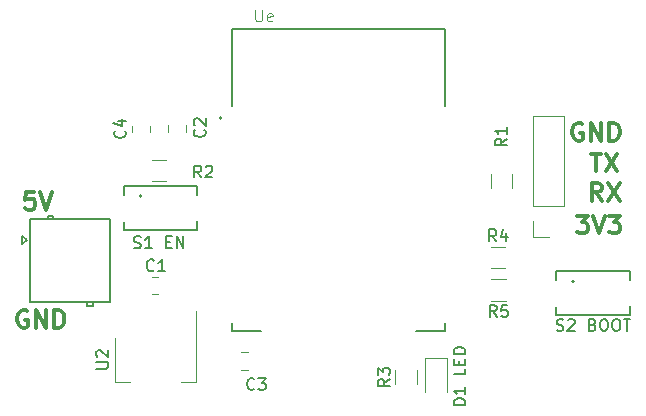
<source format=gto>
G04 #@! TF.GenerationSoftware,KiCad,Pcbnew,(5.1.9)-1*
G04 #@! TF.CreationDate,2021-04-10T17:31:22+02:00*
G04 #@! TF.ProjectId,StralingslocatiePCB,53747261-6c69-46e6-9773-6c6f63617469,rev?*
G04 #@! TF.SameCoordinates,Original*
G04 #@! TF.FileFunction,Legend,Top*
G04 #@! TF.FilePolarity,Positive*
%FSLAX46Y46*%
G04 Gerber Fmt 4.6, Leading zero omitted, Abs format (unit mm)*
G04 Created by KiCad (PCBNEW (5.1.9)-1) date 2021-04-10 17:31:22*
%MOMM*%
%LPD*%
G01*
G04 APERTURE LIST*
%ADD10C,0.300000*%
%ADD11C,0.200000*%
%ADD12C,0.127000*%
%ADD13C,0.120000*%
%ADD14C,0.015000*%
%ADD15C,0.150000*%
G04 APERTURE END LIST*
D10*
X118857142Y-57500000D02*
X118714285Y-57428571D01*
X118500000Y-57428571D01*
X118285714Y-57500000D01*
X118142857Y-57642857D01*
X118071428Y-57785714D01*
X118000000Y-58071428D01*
X118000000Y-58285714D01*
X118071428Y-58571428D01*
X118142857Y-58714285D01*
X118285714Y-58857142D01*
X118500000Y-58928571D01*
X118642857Y-58928571D01*
X118857142Y-58857142D01*
X118928571Y-58785714D01*
X118928571Y-58285714D01*
X118642857Y-58285714D01*
X119571428Y-58928571D02*
X119571428Y-57428571D01*
X120428571Y-58928571D01*
X120428571Y-57428571D01*
X121142857Y-58928571D02*
X121142857Y-57428571D01*
X121500000Y-57428571D01*
X121714285Y-57500000D01*
X121857142Y-57642857D01*
X121928571Y-57785714D01*
X122000000Y-58071428D01*
X122000000Y-58285714D01*
X121928571Y-58571428D01*
X121857142Y-58714285D01*
X121714285Y-58857142D01*
X121500000Y-58928571D01*
X121142857Y-58928571D01*
X119464285Y-47428571D02*
X118750000Y-47428571D01*
X118678571Y-48142857D01*
X118750000Y-48071428D01*
X118892857Y-48000000D01*
X119250000Y-48000000D01*
X119392857Y-48071428D01*
X119464285Y-48142857D01*
X119535714Y-48285714D01*
X119535714Y-48642857D01*
X119464285Y-48785714D01*
X119392857Y-48857142D01*
X119250000Y-48928571D01*
X118892857Y-48928571D01*
X118750000Y-48857142D01*
X118678571Y-48785714D01*
X119964285Y-47428571D02*
X120464285Y-48928571D01*
X120964285Y-47428571D01*
X165392857Y-49428571D02*
X166321428Y-49428571D01*
X165821428Y-50000000D01*
X166035714Y-50000000D01*
X166178571Y-50071428D01*
X166250000Y-50142857D01*
X166321428Y-50285714D01*
X166321428Y-50642857D01*
X166250000Y-50785714D01*
X166178571Y-50857142D01*
X166035714Y-50928571D01*
X165607142Y-50928571D01*
X165464285Y-50857142D01*
X165392857Y-50785714D01*
X166750000Y-49428571D02*
X167250000Y-50928571D01*
X167750000Y-49428571D01*
X168107142Y-49428571D02*
X169035714Y-49428571D01*
X168535714Y-50000000D01*
X168750000Y-50000000D01*
X168892857Y-50071428D01*
X168964285Y-50142857D01*
X169035714Y-50285714D01*
X169035714Y-50642857D01*
X168964285Y-50785714D01*
X168892857Y-50857142D01*
X168750000Y-50928571D01*
X168321428Y-50928571D01*
X168178571Y-50857142D01*
X168107142Y-50785714D01*
X167500000Y-48178571D02*
X167000000Y-47464285D01*
X166642857Y-48178571D02*
X166642857Y-46678571D01*
X167214285Y-46678571D01*
X167357142Y-46750000D01*
X167428571Y-46821428D01*
X167500000Y-46964285D01*
X167500000Y-47178571D01*
X167428571Y-47321428D01*
X167357142Y-47392857D01*
X167214285Y-47464285D01*
X166642857Y-47464285D01*
X168000000Y-46678571D02*
X169000000Y-48178571D01*
X169000000Y-46678571D02*
X168000000Y-48178571D01*
X166607142Y-44178571D02*
X167464285Y-44178571D01*
X167035714Y-45678571D02*
X167035714Y-44178571D01*
X167821428Y-44178571D02*
X168821428Y-45678571D01*
X168821428Y-44178571D02*
X167821428Y-45678571D01*
X165857142Y-41664000D02*
X165714285Y-41592571D01*
X165500000Y-41592571D01*
X165285714Y-41664000D01*
X165142857Y-41806857D01*
X165071428Y-41949714D01*
X165000000Y-42235428D01*
X165000000Y-42449714D01*
X165071428Y-42735428D01*
X165142857Y-42878285D01*
X165285714Y-43021142D01*
X165500000Y-43092571D01*
X165642857Y-43092571D01*
X165857142Y-43021142D01*
X165928571Y-42949714D01*
X165928571Y-42449714D01*
X165642857Y-42449714D01*
X166571428Y-43092571D02*
X166571428Y-41592571D01*
X167428571Y-43092571D01*
X167428571Y-41592571D01*
X168142857Y-43092571D02*
X168142857Y-41592571D01*
X168500000Y-41592571D01*
X168714285Y-41664000D01*
X168857142Y-41806857D01*
X168928571Y-41949714D01*
X169000000Y-42235428D01*
X169000000Y-42449714D01*
X168928571Y-42735428D01*
X168857142Y-42878285D01*
X168714285Y-43021142D01*
X168500000Y-43092571D01*
X168142857Y-43092571D01*
D11*
X135302000Y-41170000D02*
G75*
G03*
X135302000Y-41170000I-100000J0D01*
G01*
D12*
X136202000Y-58520000D02*
X136202000Y-59170000D01*
X136202000Y-59170000D02*
X138652000Y-59170000D01*
X151752000Y-59170000D02*
X154202000Y-59170000D01*
X154202000Y-59170000D02*
X154202000Y-58520000D01*
X136202000Y-40170000D02*
X136202000Y-33670000D01*
X136202000Y-33670000D02*
X154202000Y-33670000D01*
X154202000Y-33670000D02*
X154202000Y-40170000D01*
D13*
X129422248Y-56108000D02*
X129944752Y-56108000D01*
X129422248Y-54638000D02*
X129944752Y-54638000D01*
X130799000Y-42317252D02*
X130799000Y-41794748D01*
X132269000Y-42317252D02*
X132269000Y-41794748D01*
X136988748Y-62485000D02*
X137511252Y-62485000D01*
X136988748Y-61015000D02*
X137511252Y-61015000D01*
X127751000Y-42338752D02*
X127751000Y-41816248D01*
X129221000Y-42338752D02*
X129221000Y-41816248D01*
X154433000Y-64392000D02*
X154433000Y-61532000D01*
X154433000Y-61532000D02*
X152513000Y-61532000D01*
X152513000Y-61532000D02*
X152513000Y-64392000D01*
X163000000Y-51260000D02*
X161670000Y-51260000D01*
X161670000Y-51260000D02*
X161670000Y-49930000D01*
X161670000Y-48660000D02*
X161670000Y-40980000D01*
X164330000Y-40980000D02*
X161670000Y-40980000D01*
X164330000Y-48660000D02*
X164330000Y-40980000D01*
X164330000Y-48660000D02*
X161670000Y-48660000D01*
X159910000Y-47102064D02*
X159910000Y-45897936D01*
X158090000Y-47102064D02*
X158090000Y-45897936D01*
X130612064Y-46522000D02*
X129407936Y-46522000D01*
X130612064Y-44702000D02*
X129407936Y-44702000D01*
X150023000Y-63703564D02*
X150023000Y-62499436D01*
X151843000Y-63703564D02*
X151843000Y-62499436D01*
X158114436Y-53888000D02*
X159318564Y-53888000D01*
X158114436Y-52068000D02*
X159318564Y-52068000D01*
X159352064Y-54840000D02*
X158147936Y-54840000D01*
X159352064Y-56660000D02*
X158147936Y-56660000D01*
D11*
X128553000Y-47787000D02*
G75*
G03*
X128553000Y-47787000I-100000J0D01*
G01*
X133253000Y-50637000D02*
X133253000Y-49887000D01*
X127053000Y-50637000D02*
X133253000Y-50637000D01*
X127053000Y-49987000D02*
X127053000Y-50637000D01*
X133253000Y-46937000D02*
X133253000Y-47687000D01*
X127053000Y-46937000D02*
X133253000Y-46937000D01*
X127053000Y-47687000D02*
X127053000Y-46937000D01*
X163650000Y-54900000D02*
X163650000Y-54150000D01*
X163650000Y-54150000D02*
X169850000Y-54150000D01*
X169850000Y-54150000D02*
X169850000Y-54900000D01*
X163650000Y-57200000D02*
X163650000Y-57850000D01*
X163650000Y-57850000D02*
X169850000Y-57850000D01*
X169850000Y-57850000D02*
X169850000Y-57100000D01*
X165150000Y-55000000D02*
G75*
G03*
X165150000Y-55000000I-100000J0D01*
G01*
D13*
X126295000Y-63531000D02*
X127555000Y-63531000D01*
X133115000Y-63531000D02*
X131855000Y-63531000D01*
X126295000Y-59771000D02*
X126295000Y-63531000D01*
X133115000Y-57521000D02*
X133115000Y-63531000D01*
D12*
X125898520Y-49752420D02*
X125898520Y-56747580D01*
X125898520Y-56747580D02*
X119101480Y-56747580D01*
X119101480Y-56747580D02*
X119101480Y-49752420D01*
X119101480Y-49752420D02*
X120595000Y-49752420D01*
X120595000Y-49752420D02*
X121072520Y-49752420D01*
X121072520Y-49752420D02*
X125898520Y-49752420D01*
X118372500Y-51187520D02*
X118850020Y-51505020D01*
X118850020Y-51505020D02*
X118372500Y-51822520D01*
X118372500Y-51822520D02*
X118372500Y-51187520D01*
X120595000Y-49752420D02*
X120595000Y-49440000D01*
X120595000Y-49440000D02*
X121072520Y-49440000D01*
X121072520Y-49440000D02*
X121072520Y-49752420D01*
X124405000Y-56747580D02*
X124405000Y-57060000D01*
X124405000Y-57060000D02*
X123927480Y-57060000D01*
X123927480Y-57060000D02*
X123927480Y-56747580D01*
D14*
X138162714Y-31987380D02*
X138162714Y-32796904D01*
X138210333Y-32892142D01*
X138257952Y-32939761D01*
X138353190Y-32987380D01*
X138543666Y-32987380D01*
X138638904Y-32939761D01*
X138686523Y-32892142D01*
X138734142Y-32796904D01*
X138734142Y-31987380D01*
X139591285Y-32939761D02*
X139496047Y-32987380D01*
X139305571Y-32987380D01*
X139210333Y-32939761D01*
X139162714Y-32844523D01*
X139162714Y-32463571D01*
X139210333Y-32368333D01*
X139305571Y-32320714D01*
X139496047Y-32320714D01*
X139591285Y-32368333D01*
X139638904Y-32463571D01*
X139638904Y-32558809D01*
X139162714Y-32654047D01*
D15*
X129583333Y-54050142D02*
X129535714Y-54097761D01*
X129392857Y-54145380D01*
X129297619Y-54145380D01*
X129154761Y-54097761D01*
X129059523Y-54002523D01*
X129011904Y-53907285D01*
X128964285Y-53716809D01*
X128964285Y-53573952D01*
X129011904Y-53383476D01*
X129059523Y-53288238D01*
X129154761Y-53193000D01*
X129297619Y-53145380D01*
X129392857Y-53145380D01*
X129535714Y-53193000D01*
X129583333Y-53240619D01*
X130535714Y-54145380D02*
X129964285Y-54145380D01*
X130250000Y-54145380D02*
X130250000Y-53145380D01*
X130154761Y-53288238D01*
X130059523Y-53383476D01*
X129964285Y-53431095D01*
X133857142Y-42166666D02*
X133904761Y-42214285D01*
X133952380Y-42357142D01*
X133952380Y-42452380D01*
X133904761Y-42595238D01*
X133809523Y-42690476D01*
X133714285Y-42738095D01*
X133523809Y-42785714D01*
X133380952Y-42785714D01*
X133190476Y-42738095D01*
X133095238Y-42690476D01*
X133000000Y-42595238D01*
X132952380Y-42452380D01*
X132952380Y-42357142D01*
X133000000Y-42214285D01*
X133047619Y-42166666D01*
X133047619Y-41785714D02*
X133000000Y-41738095D01*
X132952380Y-41642857D01*
X132952380Y-41404761D01*
X133000000Y-41309523D01*
X133047619Y-41261904D01*
X133142857Y-41214285D01*
X133238095Y-41214285D01*
X133380952Y-41261904D01*
X133952380Y-41833333D01*
X133952380Y-41214285D01*
X138083333Y-64107142D02*
X138035714Y-64154761D01*
X137892857Y-64202380D01*
X137797619Y-64202380D01*
X137654761Y-64154761D01*
X137559523Y-64059523D01*
X137511904Y-63964285D01*
X137464285Y-63773809D01*
X137464285Y-63630952D01*
X137511904Y-63440476D01*
X137559523Y-63345238D01*
X137654761Y-63250000D01*
X137797619Y-63202380D01*
X137892857Y-63202380D01*
X138035714Y-63250000D01*
X138083333Y-63297619D01*
X138416666Y-63202380D02*
X139035714Y-63202380D01*
X138702380Y-63583333D01*
X138845238Y-63583333D01*
X138940476Y-63630952D01*
X138988095Y-63678571D01*
X139035714Y-63773809D01*
X139035714Y-64011904D01*
X138988095Y-64107142D01*
X138940476Y-64154761D01*
X138845238Y-64202380D01*
X138559523Y-64202380D01*
X138464285Y-64154761D01*
X138416666Y-64107142D01*
X127107142Y-42244166D02*
X127154761Y-42291785D01*
X127202380Y-42434642D01*
X127202380Y-42529880D01*
X127154761Y-42672738D01*
X127059523Y-42767976D01*
X126964285Y-42815595D01*
X126773809Y-42863214D01*
X126630952Y-42863214D01*
X126440476Y-42815595D01*
X126345238Y-42767976D01*
X126250000Y-42672738D01*
X126202380Y-42529880D01*
X126202380Y-42434642D01*
X126250000Y-42291785D01*
X126297619Y-42244166D01*
X126535714Y-41387023D02*
X127202380Y-41387023D01*
X126154761Y-41625119D02*
X126869047Y-41863214D01*
X126869047Y-41244166D01*
X155952380Y-65488095D02*
X154952380Y-65488095D01*
X154952380Y-65250000D01*
X155000000Y-65107142D01*
X155095238Y-65011904D01*
X155190476Y-64964285D01*
X155380952Y-64916666D01*
X155523809Y-64916666D01*
X155714285Y-64964285D01*
X155809523Y-65011904D01*
X155904761Y-65107142D01*
X155952380Y-65250000D01*
X155952380Y-65488095D01*
X155952380Y-63964285D02*
X155952380Y-64535714D01*
X155952380Y-64250000D02*
X154952380Y-64250000D01*
X155095238Y-64345238D01*
X155190476Y-64440476D01*
X155238095Y-64535714D01*
X155952380Y-62392857D02*
X155952380Y-62869047D01*
X154952380Y-62869047D01*
X155428571Y-62059523D02*
X155428571Y-61726190D01*
X155952380Y-61583333D02*
X155952380Y-62059523D01*
X154952380Y-62059523D01*
X154952380Y-61583333D01*
X155952380Y-61154761D02*
X154952380Y-61154761D01*
X154952380Y-60916666D01*
X155000000Y-60773809D01*
X155095238Y-60678571D01*
X155190476Y-60630952D01*
X155380952Y-60583333D01*
X155523809Y-60583333D01*
X155714285Y-60630952D01*
X155809523Y-60678571D01*
X155904761Y-60773809D01*
X155952380Y-60916666D01*
X155952380Y-61154761D01*
X159452380Y-42916666D02*
X158976190Y-43250000D01*
X159452380Y-43488095D02*
X158452380Y-43488095D01*
X158452380Y-43107142D01*
X158500000Y-43011904D01*
X158547619Y-42964285D01*
X158642857Y-42916666D01*
X158785714Y-42916666D01*
X158880952Y-42964285D01*
X158928571Y-43011904D01*
X158976190Y-43107142D01*
X158976190Y-43488095D01*
X159452380Y-41964285D02*
X159452380Y-42535714D01*
X159452380Y-42250000D02*
X158452380Y-42250000D01*
X158595238Y-42345238D01*
X158690476Y-42440476D01*
X158738095Y-42535714D01*
X133583333Y-46202380D02*
X133250000Y-45726190D01*
X133011904Y-46202380D02*
X133011904Y-45202380D01*
X133392857Y-45202380D01*
X133488095Y-45250000D01*
X133535714Y-45297619D01*
X133583333Y-45392857D01*
X133583333Y-45535714D01*
X133535714Y-45630952D01*
X133488095Y-45678571D01*
X133392857Y-45726190D01*
X133011904Y-45726190D01*
X133964285Y-45297619D02*
X134011904Y-45250000D01*
X134107142Y-45202380D01*
X134345238Y-45202380D01*
X134440476Y-45250000D01*
X134488095Y-45297619D01*
X134535714Y-45392857D01*
X134535714Y-45488095D01*
X134488095Y-45630952D01*
X133916666Y-46202380D01*
X134535714Y-46202380D01*
X149565380Y-63268166D02*
X149089190Y-63601500D01*
X149565380Y-63839595D02*
X148565380Y-63839595D01*
X148565380Y-63458642D01*
X148613000Y-63363404D01*
X148660619Y-63315785D01*
X148755857Y-63268166D01*
X148898714Y-63268166D01*
X148993952Y-63315785D01*
X149041571Y-63363404D01*
X149089190Y-63458642D01*
X149089190Y-63839595D01*
X148565380Y-62934833D02*
X148565380Y-62315785D01*
X148946333Y-62649119D01*
X148946333Y-62506261D01*
X148993952Y-62411023D01*
X149041571Y-62363404D01*
X149136809Y-62315785D01*
X149374904Y-62315785D01*
X149470142Y-62363404D01*
X149517761Y-62411023D01*
X149565380Y-62506261D01*
X149565380Y-62791976D01*
X149517761Y-62887214D01*
X149470142Y-62934833D01*
X158549833Y-51610380D02*
X158216500Y-51134190D01*
X157978404Y-51610380D02*
X157978404Y-50610380D01*
X158359357Y-50610380D01*
X158454595Y-50658000D01*
X158502214Y-50705619D01*
X158549833Y-50800857D01*
X158549833Y-50943714D01*
X158502214Y-51038952D01*
X158454595Y-51086571D01*
X158359357Y-51134190D01*
X157978404Y-51134190D01*
X159406976Y-50943714D02*
X159406976Y-51610380D01*
X159168880Y-50562761D02*
X158930785Y-51277047D01*
X159549833Y-51277047D01*
X158583333Y-58022380D02*
X158250000Y-57546190D01*
X158011904Y-58022380D02*
X158011904Y-57022380D01*
X158392857Y-57022380D01*
X158488095Y-57070000D01*
X158535714Y-57117619D01*
X158583333Y-57212857D01*
X158583333Y-57355714D01*
X158535714Y-57450952D01*
X158488095Y-57498571D01*
X158392857Y-57546190D01*
X158011904Y-57546190D01*
X159488095Y-57022380D02*
X159011904Y-57022380D01*
X158964285Y-57498571D01*
X159011904Y-57450952D01*
X159107142Y-57403333D01*
X159345238Y-57403333D01*
X159440476Y-57450952D01*
X159488095Y-57498571D01*
X159535714Y-57593809D01*
X159535714Y-57831904D01*
X159488095Y-57927142D01*
X159440476Y-57974761D01*
X159345238Y-58022380D01*
X159107142Y-58022380D01*
X159011904Y-57974761D01*
X158964285Y-57927142D01*
X127880952Y-52154761D02*
X128023809Y-52202380D01*
X128261904Y-52202380D01*
X128357142Y-52154761D01*
X128404761Y-52107142D01*
X128452380Y-52011904D01*
X128452380Y-51916666D01*
X128404761Y-51821428D01*
X128357142Y-51773809D01*
X128261904Y-51726190D01*
X128071428Y-51678571D01*
X127976190Y-51630952D01*
X127928571Y-51583333D01*
X127880952Y-51488095D01*
X127880952Y-51392857D01*
X127928571Y-51297619D01*
X127976190Y-51250000D01*
X128071428Y-51202380D01*
X128309523Y-51202380D01*
X128452380Y-51250000D01*
X129404761Y-52202380D02*
X128833333Y-52202380D01*
X129119047Y-52202380D02*
X129119047Y-51202380D01*
X129023809Y-51345238D01*
X128928571Y-51440476D01*
X128833333Y-51488095D01*
X130595238Y-51678571D02*
X130928571Y-51678571D01*
X131071428Y-52202380D02*
X130595238Y-52202380D01*
X130595238Y-51202380D01*
X131071428Y-51202380D01*
X131500000Y-52202380D02*
X131500000Y-51202380D01*
X132071428Y-52202380D01*
X132071428Y-51202380D01*
X163678571Y-59154761D02*
X163821428Y-59202380D01*
X164059523Y-59202380D01*
X164154761Y-59154761D01*
X164202380Y-59107142D01*
X164250000Y-59011904D01*
X164250000Y-58916666D01*
X164202380Y-58821428D01*
X164154761Y-58773809D01*
X164059523Y-58726190D01*
X163869047Y-58678571D01*
X163773809Y-58630952D01*
X163726190Y-58583333D01*
X163678571Y-58488095D01*
X163678571Y-58392857D01*
X163726190Y-58297619D01*
X163773809Y-58250000D01*
X163869047Y-58202380D01*
X164107142Y-58202380D01*
X164250000Y-58250000D01*
X164630952Y-58297619D02*
X164678571Y-58250000D01*
X164773809Y-58202380D01*
X165011904Y-58202380D01*
X165107142Y-58250000D01*
X165154761Y-58297619D01*
X165202380Y-58392857D01*
X165202380Y-58488095D01*
X165154761Y-58630952D01*
X164583333Y-59202380D01*
X165202380Y-59202380D01*
X166726190Y-58678571D02*
X166869047Y-58726190D01*
X166916666Y-58773809D01*
X166964285Y-58869047D01*
X166964285Y-59011904D01*
X166916666Y-59107142D01*
X166869047Y-59154761D01*
X166773809Y-59202380D01*
X166392857Y-59202380D01*
X166392857Y-58202380D01*
X166726190Y-58202380D01*
X166821428Y-58250000D01*
X166869047Y-58297619D01*
X166916666Y-58392857D01*
X166916666Y-58488095D01*
X166869047Y-58583333D01*
X166821428Y-58630952D01*
X166726190Y-58678571D01*
X166392857Y-58678571D01*
X167583333Y-58202380D02*
X167773809Y-58202380D01*
X167869047Y-58250000D01*
X167964285Y-58345238D01*
X168011904Y-58535714D01*
X168011904Y-58869047D01*
X167964285Y-59059523D01*
X167869047Y-59154761D01*
X167773809Y-59202380D01*
X167583333Y-59202380D01*
X167488095Y-59154761D01*
X167392857Y-59059523D01*
X167345238Y-58869047D01*
X167345238Y-58535714D01*
X167392857Y-58345238D01*
X167488095Y-58250000D01*
X167583333Y-58202380D01*
X168630952Y-58202380D02*
X168821428Y-58202380D01*
X168916666Y-58250000D01*
X169011904Y-58345238D01*
X169059523Y-58535714D01*
X169059523Y-58869047D01*
X169011904Y-59059523D01*
X168916666Y-59154761D01*
X168821428Y-59202380D01*
X168630952Y-59202380D01*
X168535714Y-59154761D01*
X168440476Y-59059523D01*
X168392857Y-58869047D01*
X168392857Y-58535714D01*
X168440476Y-58345238D01*
X168535714Y-58250000D01*
X168630952Y-58202380D01*
X169345238Y-58202380D02*
X169916666Y-58202380D01*
X169630952Y-59202380D02*
X169630952Y-58202380D01*
X124702380Y-62382904D02*
X125511904Y-62382904D01*
X125607142Y-62335285D01*
X125654761Y-62287666D01*
X125702380Y-62192428D01*
X125702380Y-62001952D01*
X125654761Y-61906714D01*
X125607142Y-61859095D01*
X125511904Y-61811476D01*
X124702380Y-61811476D01*
X124797619Y-61382904D02*
X124750000Y-61335285D01*
X124702380Y-61240047D01*
X124702380Y-61001952D01*
X124750000Y-60906714D01*
X124797619Y-60859095D01*
X124892857Y-60811476D01*
X124988095Y-60811476D01*
X125130952Y-60859095D01*
X125702380Y-61430523D01*
X125702380Y-60811476D01*
M02*

</source>
